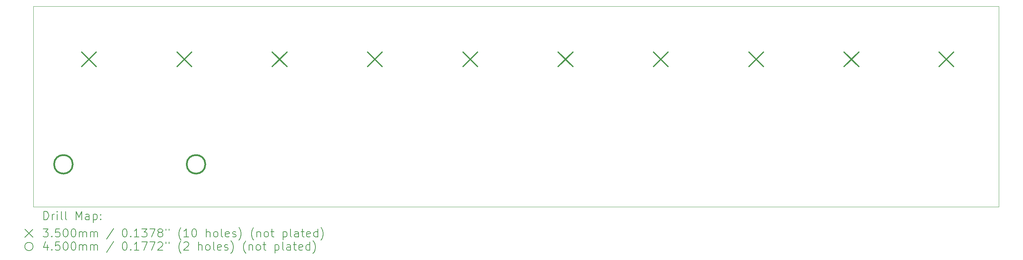
<source format=gbr>
%TF.GenerationSoftware,KiCad,Pcbnew,9.0.0*%
%TF.CreationDate,2025-04-14T19:05:31-07:00*%
%TF.ProjectId,solenoid_10,736f6c65-6e6f-4696-945f-31302e6b6963,rev?*%
%TF.SameCoordinates,Original*%
%TF.FileFunction,Drillmap*%
%TF.FilePolarity,Positive*%
%FSLAX45Y45*%
G04 Gerber Fmt 4.5, Leading zero omitted, Abs format (unit mm)*
G04 Created by KiCad (PCBNEW 9.0.0) date 2025-04-14 19:05:31*
%MOMM*%
%LPD*%
G01*
G04 APERTURE LIST*
%ADD10C,0.050000*%
%ADD11C,0.200000*%
%ADD12C,0.350000*%
%ADD13C,0.450000*%
G04 APERTURE END LIST*
D10*
X10670000Y-6475000D02*
X33970000Y-6475000D01*
X33970000Y-11325000D01*
X10670000Y-11325000D01*
X10670000Y-6475000D01*
D11*
D12*
X11843200Y-7585900D02*
X12193200Y-7935900D01*
X12193200Y-7585900D02*
X11843200Y-7935900D01*
X14143200Y-7585900D02*
X14493200Y-7935900D01*
X14493200Y-7585900D02*
X14143200Y-7935900D01*
X16443200Y-7585900D02*
X16793200Y-7935900D01*
X16793200Y-7585900D02*
X16443200Y-7935900D01*
X18743200Y-7585900D02*
X19093200Y-7935900D01*
X19093200Y-7585900D02*
X18743200Y-7935900D01*
X21043200Y-7585900D02*
X21393200Y-7935900D01*
X21393200Y-7585900D02*
X21043200Y-7935900D01*
X23343200Y-7585900D02*
X23693200Y-7935900D01*
X23693200Y-7585900D02*
X23343200Y-7935900D01*
X25643200Y-7585900D02*
X25993200Y-7935900D01*
X25993200Y-7585900D02*
X25643200Y-7935900D01*
X27943200Y-7585900D02*
X28293200Y-7935900D01*
X28293200Y-7585900D02*
X27943200Y-7935900D01*
X30243200Y-7585900D02*
X30593200Y-7935900D01*
X30593200Y-7585900D02*
X30243200Y-7935900D01*
X32530700Y-7585900D02*
X32880700Y-7935900D01*
X32880700Y-7585900D02*
X32530700Y-7935900D01*
D13*
X11625000Y-10300000D02*
G75*
G02*
X11175000Y-10300000I-225000J0D01*
G01*
X11175000Y-10300000D02*
G75*
G02*
X11625000Y-10300000I225000J0D01*
G01*
X14825000Y-10300000D02*
G75*
G02*
X14375000Y-10300000I-225000J0D01*
G01*
X14375000Y-10300000D02*
G75*
G02*
X14825000Y-10300000I225000J0D01*
G01*
D11*
X10928277Y-11638984D02*
X10928277Y-11438984D01*
X10928277Y-11438984D02*
X10975896Y-11438984D01*
X10975896Y-11438984D02*
X11004467Y-11448508D01*
X11004467Y-11448508D02*
X11023515Y-11467555D01*
X11023515Y-11467555D02*
X11033039Y-11486603D01*
X11033039Y-11486603D02*
X11042563Y-11524698D01*
X11042563Y-11524698D02*
X11042563Y-11553269D01*
X11042563Y-11553269D02*
X11033039Y-11591365D01*
X11033039Y-11591365D02*
X11023515Y-11610412D01*
X11023515Y-11610412D02*
X11004467Y-11629460D01*
X11004467Y-11629460D02*
X10975896Y-11638984D01*
X10975896Y-11638984D02*
X10928277Y-11638984D01*
X11128277Y-11638984D02*
X11128277Y-11505650D01*
X11128277Y-11543746D02*
X11137801Y-11524698D01*
X11137801Y-11524698D02*
X11147324Y-11515174D01*
X11147324Y-11515174D02*
X11166372Y-11505650D01*
X11166372Y-11505650D02*
X11185420Y-11505650D01*
X11252086Y-11638984D02*
X11252086Y-11505650D01*
X11252086Y-11438984D02*
X11242562Y-11448508D01*
X11242562Y-11448508D02*
X11252086Y-11458031D01*
X11252086Y-11458031D02*
X11261610Y-11448508D01*
X11261610Y-11448508D02*
X11252086Y-11438984D01*
X11252086Y-11438984D02*
X11252086Y-11458031D01*
X11375896Y-11638984D02*
X11356848Y-11629460D01*
X11356848Y-11629460D02*
X11347324Y-11610412D01*
X11347324Y-11610412D02*
X11347324Y-11438984D01*
X11480658Y-11638984D02*
X11461610Y-11629460D01*
X11461610Y-11629460D02*
X11452086Y-11610412D01*
X11452086Y-11610412D02*
X11452086Y-11438984D01*
X11709229Y-11638984D02*
X11709229Y-11438984D01*
X11709229Y-11438984D02*
X11775896Y-11581841D01*
X11775896Y-11581841D02*
X11842562Y-11438984D01*
X11842562Y-11438984D02*
X11842562Y-11638984D01*
X12023515Y-11638984D02*
X12023515Y-11534222D01*
X12023515Y-11534222D02*
X12013991Y-11515174D01*
X12013991Y-11515174D02*
X11994943Y-11505650D01*
X11994943Y-11505650D02*
X11956848Y-11505650D01*
X11956848Y-11505650D02*
X11937801Y-11515174D01*
X12023515Y-11629460D02*
X12004467Y-11638984D01*
X12004467Y-11638984D02*
X11956848Y-11638984D01*
X11956848Y-11638984D02*
X11937801Y-11629460D01*
X11937801Y-11629460D02*
X11928277Y-11610412D01*
X11928277Y-11610412D02*
X11928277Y-11591365D01*
X11928277Y-11591365D02*
X11937801Y-11572317D01*
X11937801Y-11572317D02*
X11956848Y-11562793D01*
X11956848Y-11562793D02*
X12004467Y-11562793D01*
X12004467Y-11562793D02*
X12023515Y-11553269D01*
X12118753Y-11505650D02*
X12118753Y-11705650D01*
X12118753Y-11515174D02*
X12137801Y-11505650D01*
X12137801Y-11505650D02*
X12175896Y-11505650D01*
X12175896Y-11505650D02*
X12194943Y-11515174D01*
X12194943Y-11515174D02*
X12204467Y-11524698D01*
X12204467Y-11524698D02*
X12213991Y-11543746D01*
X12213991Y-11543746D02*
X12213991Y-11600888D01*
X12213991Y-11600888D02*
X12204467Y-11619936D01*
X12204467Y-11619936D02*
X12194943Y-11629460D01*
X12194943Y-11629460D02*
X12175896Y-11638984D01*
X12175896Y-11638984D02*
X12137801Y-11638984D01*
X12137801Y-11638984D02*
X12118753Y-11629460D01*
X12299705Y-11619936D02*
X12309229Y-11629460D01*
X12309229Y-11629460D02*
X12299705Y-11638984D01*
X12299705Y-11638984D02*
X12290182Y-11629460D01*
X12290182Y-11629460D02*
X12299705Y-11619936D01*
X12299705Y-11619936D02*
X12299705Y-11638984D01*
X12299705Y-11515174D02*
X12309229Y-11524698D01*
X12309229Y-11524698D02*
X12299705Y-11534222D01*
X12299705Y-11534222D02*
X12290182Y-11524698D01*
X12290182Y-11524698D02*
X12299705Y-11515174D01*
X12299705Y-11515174D02*
X12299705Y-11534222D01*
X10467500Y-11867500D02*
X10667500Y-12067500D01*
X10667500Y-11867500D02*
X10467500Y-12067500D01*
X10909229Y-11858984D02*
X11033039Y-11858984D01*
X11033039Y-11858984D02*
X10966372Y-11935174D01*
X10966372Y-11935174D02*
X10994944Y-11935174D01*
X10994944Y-11935174D02*
X11013991Y-11944698D01*
X11013991Y-11944698D02*
X11023515Y-11954222D01*
X11023515Y-11954222D02*
X11033039Y-11973269D01*
X11033039Y-11973269D02*
X11033039Y-12020888D01*
X11033039Y-12020888D02*
X11023515Y-12039936D01*
X11023515Y-12039936D02*
X11013991Y-12049460D01*
X11013991Y-12049460D02*
X10994944Y-12058984D01*
X10994944Y-12058984D02*
X10937801Y-12058984D01*
X10937801Y-12058984D02*
X10918753Y-12049460D01*
X10918753Y-12049460D02*
X10909229Y-12039936D01*
X11118753Y-12039936D02*
X11128277Y-12049460D01*
X11128277Y-12049460D02*
X11118753Y-12058984D01*
X11118753Y-12058984D02*
X11109229Y-12049460D01*
X11109229Y-12049460D02*
X11118753Y-12039936D01*
X11118753Y-12039936D02*
X11118753Y-12058984D01*
X11309229Y-11858984D02*
X11213991Y-11858984D01*
X11213991Y-11858984D02*
X11204467Y-11954222D01*
X11204467Y-11954222D02*
X11213991Y-11944698D01*
X11213991Y-11944698D02*
X11233039Y-11935174D01*
X11233039Y-11935174D02*
X11280658Y-11935174D01*
X11280658Y-11935174D02*
X11299705Y-11944698D01*
X11299705Y-11944698D02*
X11309229Y-11954222D01*
X11309229Y-11954222D02*
X11318753Y-11973269D01*
X11318753Y-11973269D02*
X11318753Y-12020888D01*
X11318753Y-12020888D02*
X11309229Y-12039936D01*
X11309229Y-12039936D02*
X11299705Y-12049460D01*
X11299705Y-12049460D02*
X11280658Y-12058984D01*
X11280658Y-12058984D02*
X11233039Y-12058984D01*
X11233039Y-12058984D02*
X11213991Y-12049460D01*
X11213991Y-12049460D02*
X11204467Y-12039936D01*
X11442562Y-11858984D02*
X11461610Y-11858984D01*
X11461610Y-11858984D02*
X11480658Y-11868508D01*
X11480658Y-11868508D02*
X11490182Y-11878031D01*
X11490182Y-11878031D02*
X11499705Y-11897079D01*
X11499705Y-11897079D02*
X11509229Y-11935174D01*
X11509229Y-11935174D02*
X11509229Y-11982793D01*
X11509229Y-11982793D02*
X11499705Y-12020888D01*
X11499705Y-12020888D02*
X11490182Y-12039936D01*
X11490182Y-12039936D02*
X11480658Y-12049460D01*
X11480658Y-12049460D02*
X11461610Y-12058984D01*
X11461610Y-12058984D02*
X11442562Y-12058984D01*
X11442562Y-12058984D02*
X11423515Y-12049460D01*
X11423515Y-12049460D02*
X11413991Y-12039936D01*
X11413991Y-12039936D02*
X11404467Y-12020888D01*
X11404467Y-12020888D02*
X11394943Y-11982793D01*
X11394943Y-11982793D02*
X11394943Y-11935174D01*
X11394943Y-11935174D02*
X11404467Y-11897079D01*
X11404467Y-11897079D02*
X11413991Y-11878031D01*
X11413991Y-11878031D02*
X11423515Y-11868508D01*
X11423515Y-11868508D02*
X11442562Y-11858984D01*
X11633039Y-11858984D02*
X11652086Y-11858984D01*
X11652086Y-11858984D02*
X11671134Y-11868508D01*
X11671134Y-11868508D02*
X11680658Y-11878031D01*
X11680658Y-11878031D02*
X11690182Y-11897079D01*
X11690182Y-11897079D02*
X11699705Y-11935174D01*
X11699705Y-11935174D02*
X11699705Y-11982793D01*
X11699705Y-11982793D02*
X11690182Y-12020888D01*
X11690182Y-12020888D02*
X11680658Y-12039936D01*
X11680658Y-12039936D02*
X11671134Y-12049460D01*
X11671134Y-12049460D02*
X11652086Y-12058984D01*
X11652086Y-12058984D02*
X11633039Y-12058984D01*
X11633039Y-12058984D02*
X11613991Y-12049460D01*
X11613991Y-12049460D02*
X11604467Y-12039936D01*
X11604467Y-12039936D02*
X11594943Y-12020888D01*
X11594943Y-12020888D02*
X11585420Y-11982793D01*
X11585420Y-11982793D02*
X11585420Y-11935174D01*
X11585420Y-11935174D02*
X11594943Y-11897079D01*
X11594943Y-11897079D02*
X11604467Y-11878031D01*
X11604467Y-11878031D02*
X11613991Y-11868508D01*
X11613991Y-11868508D02*
X11633039Y-11858984D01*
X11785420Y-12058984D02*
X11785420Y-11925650D01*
X11785420Y-11944698D02*
X11794943Y-11935174D01*
X11794943Y-11935174D02*
X11813991Y-11925650D01*
X11813991Y-11925650D02*
X11842563Y-11925650D01*
X11842563Y-11925650D02*
X11861610Y-11935174D01*
X11861610Y-11935174D02*
X11871134Y-11954222D01*
X11871134Y-11954222D02*
X11871134Y-12058984D01*
X11871134Y-11954222D02*
X11880658Y-11935174D01*
X11880658Y-11935174D02*
X11899705Y-11925650D01*
X11899705Y-11925650D02*
X11928277Y-11925650D01*
X11928277Y-11925650D02*
X11947324Y-11935174D01*
X11947324Y-11935174D02*
X11956848Y-11954222D01*
X11956848Y-11954222D02*
X11956848Y-12058984D01*
X12052086Y-12058984D02*
X12052086Y-11925650D01*
X12052086Y-11944698D02*
X12061610Y-11935174D01*
X12061610Y-11935174D02*
X12080658Y-11925650D01*
X12080658Y-11925650D02*
X12109229Y-11925650D01*
X12109229Y-11925650D02*
X12128277Y-11935174D01*
X12128277Y-11935174D02*
X12137801Y-11954222D01*
X12137801Y-11954222D02*
X12137801Y-12058984D01*
X12137801Y-11954222D02*
X12147324Y-11935174D01*
X12147324Y-11935174D02*
X12166372Y-11925650D01*
X12166372Y-11925650D02*
X12194943Y-11925650D01*
X12194943Y-11925650D02*
X12213991Y-11935174D01*
X12213991Y-11935174D02*
X12223515Y-11954222D01*
X12223515Y-11954222D02*
X12223515Y-12058984D01*
X12613991Y-11849460D02*
X12442563Y-12106603D01*
X12871134Y-11858984D02*
X12890182Y-11858984D01*
X12890182Y-11858984D02*
X12909229Y-11868508D01*
X12909229Y-11868508D02*
X12918753Y-11878031D01*
X12918753Y-11878031D02*
X12928277Y-11897079D01*
X12928277Y-11897079D02*
X12937801Y-11935174D01*
X12937801Y-11935174D02*
X12937801Y-11982793D01*
X12937801Y-11982793D02*
X12928277Y-12020888D01*
X12928277Y-12020888D02*
X12918753Y-12039936D01*
X12918753Y-12039936D02*
X12909229Y-12049460D01*
X12909229Y-12049460D02*
X12890182Y-12058984D01*
X12890182Y-12058984D02*
X12871134Y-12058984D01*
X12871134Y-12058984D02*
X12852086Y-12049460D01*
X12852086Y-12049460D02*
X12842563Y-12039936D01*
X12842563Y-12039936D02*
X12833039Y-12020888D01*
X12833039Y-12020888D02*
X12823515Y-11982793D01*
X12823515Y-11982793D02*
X12823515Y-11935174D01*
X12823515Y-11935174D02*
X12833039Y-11897079D01*
X12833039Y-11897079D02*
X12842563Y-11878031D01*
X12842563Y-11878031D02*
X12852086Y-11868508D01*
X12852086Y-11868508D02*
X12871134Y-11858984D01*
X13023515Y-12039936D02*
X13033039Y-12049460D01*
X13033039Y-12049460D02*
X13023515Y-12058984D01*
X13023515Y-12058984D02*
X13013991Y-12049460D01*
X13013991Y-12049460D02*
X13023515Y-12039936D01*
X13023515Y-12039936D02*
X13023515Y-12058984D01*
X13223515Y-12058984D02*
X13109229Y-12058984D01*
X13166372Y-12058984D02*
X13166372Y-11858984D01*
X13166372Y-11858984D02*
X13147325Y-11887555D01*
X13147325Y-11887555D02*
X13128277Y-11906603D01*
X13128277Y-11906603D02*
X13109229Y-11916127D01*
X13290182Y-11858984D02*
X13413991Y-11858984D01*
X13413991Y-11858984D02*
X13347325Y-11935174D01*
X13347325Y-11935174D02*
X13375896Y-11935174D01*
X13375896Y-11935174D02*
X13394944Y-11944698D01*
X13394944Y-11944698D02*
X13404467Y-11954222D01*
X13404467Y-11954222D02*
X13413991Y-11973269D01*
X13413991Y-11973269D02*
X13413991Y-12020888D01*
X13413991Y-12020888D02*
X13404467Y-12039936D01*
X13404467Y-12039936D02*
X13394944Y-12049460D01*
X13394944Y-12049460D02*
X13375896Y-12058984D01*
X13375896Y-12058984D02*
X13318753Y-12058984D01*
X13318753Y-12058984D02*
X13299706Y-12049460D01*
X13299706Y-12049460D02*
X13290182Y-12039936D01*
X13480658Y-11858984D02*
X13613991Y-11858984D01*
X13613991Y-11858984D02*
X13528277Y-12058984D01*
X13718753Y-11944698D02*
X13699706Y-11935174D01*
X13699706Y-11935174D02*
X13690182Y-11925650D01*
X13690182Y-11925650D02*
X13680658Y-11906603D01*
X13680658Y-11906603D02*
X13680658Y-11897079D01*
X13680658Y-11897079D02*
X13690182Y-11878031D01*
X13690182Y-11878031D02*
X13699706Y-11868508D01*
X13699706Y-11868508D02*
X13718753Y-11858984D01*
X13718753Y-11858984D02*
X13756848Y-11858984D01*
X13756848Y-11858984D02*
X13775896Y-11868508D01*
X13775896Y-11868508D02*
X13785420Y-11878031D01*
X13785420Y-11878031D02*
X13794944Y-11897079D01*
X13794944Y-11897079D02*
X13794944Y-11906603D01*
X13794944Y-11906603D02*
X13785420Y-11925650D01*
X13785420Y-11925650D02*
X13775896Y-11935174D01*
X13775896Y-11935174D02*
X13756848Y-11944698D01*
X13756848Y-11944698D02*
X13718753Y-11944698D01*
X13718753Y-11944698D02*
X13699706Y-11954222D01*
X13699706Y-11954222D02*
X13690182Y-11963746D01*
X13690182Y-11963746D02*
X13680658Y-11982793D01*
X13680658Y-11982793D02*
X13680658Y-12020888D01*
X13680658Y-12020888D02*
X13690182Y-12039936D01*
X13690182Y-12039936D02*
X13699706Y-12049460D01*
X13699706Y-12049460D02*
X13718753Y-12058984D01*
X13718753Y-12058984D02*
X13756848Y-12058984D01*
X13756848Y-12058984D02*
X13775896Y-12049460D01*
X13775896Y-12049460D02*
X13785420Y-12039936D01*
X13785420Y-12039936D02*
X13794944Y-12020888D01*
X13794944Y-12020888D02*
X13794944Y-11982793D01*
X13794944Y-11982793D02*
X13785420Y-11963746D01*
X13785420Y-11963746D02*
X13775896Y-11954222D01*
X13775896Y-11954222D02*
X13756848Y-11944698D01*
X13871134Y-11858984D02*
X13871134Y-11897079D01*
X13947325Y-11858984D02*
X13947325Y-11897079D01*
X14242563Y-12135174D02*
X14233039Y-12125650D01*
X14233039Y-12125650D02*
X14213991Y-12097079D01*
X14213991Y-12097079D02*
X14204468Y-12078031D01*
X14204468Y-12078031D02*
X14194944Y-12049460D01*
X14194944Y-12049460D02*
X14185420Y-12001841D01*
X14185420Y-12001841D02*
X14185420Y-11963746D01*
X14185420Y-11963746D02*
X14194944Y-11916127D01*
X14194944Y-11916127D02*
X14204468Y-11887555D01*
X14204468Y-11887555D02*
X14213991Y-11868508D01*
X14213991Y-11868508D02*
X14233039Y-11839936D01*
X14233039Y-11839936D02*
X14242563Y-11830412D01*
X14423515Y-12058984D02*
X14309229Y-12058984D01*
X14366372Y-12058984D02*
X14366372Y-11858984D01*
X14366372Y-11858984D02*
X14347325Y-11887555D01*
X14347325Y-11887555D02*
X14328277Y-11906603D01*
X14328277Y-11906603D02*
X14309229Y-11916127D01*
X14547325Y-11858984D02*
X14566372Y-11858984D01*
X14566372Y-11858984D02*
X14585420Y-11868508D01*
X14585420Y-11868508D02*
X14594944Y-11878031D01*
X14594944Y-11878031D02*
X14604468Y-11897079D01*
X14604468Y-11897079D02*
X14613991Y-11935174D01*
X14613991Y-11935174D02*
X14613991Y-11982793D01*
X14613991Y-11982793D02*
X14604468Y-12020888D01*
X14604468Y-12020888D02*
X14594944Y-12039936D01*
X14594944Y-12039936D02*
X14585420Y-12049460D01*
X14585420Y-12049460D02*
X14566372Y-12058984D01*
X14566372Y-12058984D02*
X14547325Y-12058984D01*
X14547325Y-12058984D02*
X14528277Y-12049460D01*
X14528277Y-12049460D02*
X14518753Y-12039936D01*
X14518753Y-12039936D02*
X14509229Y-12020888D01*
X14509229Y-12020888D02*
X14499706Y-11982793D01*
X14499706Y-11982793D02*
X14499706Y-11935174D01*
X14499706Y-11935174D02*
X14509229Y-11897079D01*
X14509229Y-11897079D02*
X14518753Y-11878031D01*
X14518753Y-11878031D02*
X14528277Y-11868508D01*
X14528277Y-11868508D02*
X14547325Y-11858984D01*
X14852087Y-12058984D02*
X14852087Y-11858984D01*
X14937801Y-12058984D02*
X14937801Y-11954222D01*
X14937801Y-11954222D02*
X14928277Y-11935174D01*
X14928277Y-11935174D02*
X14909230Y-11925650D01*
X14909230Y-11925650D02*
X14880658Y-11925650D01*
X14880658Y-11925650D02*
X14861610Y-11935174D01*
X14861610Y-11935174D02*
X14852087Y-11944698D01*
X15061610Y-12058984D02*
X15042563Y-12049460D01*
X15042563Y-12049460D02*
X15033039Y-12039936D01*
X15033039Y-12039936D02*
X15023515Y-12020888D01*
X15023515Y-12020888D02*
X15023515Y-11963746D01*
X15023515Y-11963746D02*
X15033039Y-11944698D01*
X15033039Y-11944698D02*
X15042563Y-11935174D01*
X15042563Y-11935174D02*
X15061610Y-11925650D01*
X15061610Y-11925650D02*
X15090182Y-11925650D01*
X15090182Y-11925650D02*
X15109230Y-11935174D01*
X15109230Y-11935174D02*
X15118753Y-11944698D01*
X15118753Y-11944698D02*
X15128277Y-11963746D01*
X15128277Y-11963746D02*
X15128277Y-12020888D01*
X15128277Y-12020888D02*
X15118753Y-12039936D01*
X15118753Y-12039936D02*
X15109230Y-12049460D01*
X15109230Y-12049460D02*
X15090182Y-12058984D01*
X15090182Y-12058984D02*
X15061610Y-12058984D01*
X15242563Y-12058984D02*
X15223515Y-12049460D01*
X15223515Y-12049460D02*
X15213991Y-12030412D01*
X15213991Y-12030412D02*
X15213991Y-11858984D01*
X15394944Y-12049460D02*
X15375896Y-12058984D01*
X15375896Y-12058984D02*
X15337801Y-12058984D01*
X15337801Y-12058984D02*
X15318753Y-12049460D01*
X15318753Y-12049460D02*
X15309230Y-12030412D01*
X15309230Y-12030412D02*
X15309230Y-11954222D01*
X15309230Y-11954222D02*
X15318753Y-11935174D01*
X15318753Y-11935174D02*
X15337801Y-11925650D01*
X15337801Y-11925650D02*
X15375896Y-11925650D01*
X15375896Y-11925650D02*
X15394944Y-11935174D01*
X15394944Y-11935174D02*
X15404468Y-11954222D01*
X15404468Y-11954222D02*
X15404468Y-11973269D01*
X15404468Y-11973269D02*
X15309230Y-11992317D01*
X15480658Y-12049460D02*
X15499706Y-12058984D01*
X15499706Y-12058984D02*
X15537801Y-12058984D01*
X15537801Y-12058984D02*
X15556849Y-12049460D01*
X15556849Y-12049460D02*
X15566372Y-12030412D01*
X15566372Y-12030412D02*
X15566372Y-12020888D01*
X15566372Y-12020888D02*
X15556849Y-12001841D01*
X15556849Y-12001841D02*
X15537801Y-11992317D01*
X15537801Y-11992317D02*
X15509230Y-11992317D01*
X15509230Y-11992317D02*
X15490182Y-11982793D01*
X15490182Y-11982793D02*
X15480658Y-11963746D01*
X15480658Y-11963746D02*
X15480658Y-11954222D01*
X15480658Y-11954222D02*
X15490182Y-11935174D01*
X15490182Y-11935174D02*
X15509230Y-11925650D01*
X15509230Y-11925650D02*
X15537801Y-11925650D01*
X15537801Y-11925650D02*
X15556849Y-11935174D01*
X15633039Y-12135174D02*
X15642563Y-12125650D01*
X15642563Y-12125650D02*
X15661611Y-12097079D01*
X15661611Y-12097079D02*
X15671134Y-12078031D01*
X15671134Y-12078031D02*
X15680658Y-12049460D01*
X15680658Y-12049460D02*
X15690182Y-12001841D01*
X15690182Y-12001841D02*
X15690182Y-11963746D01*
X15690182Y-11963746D02*
X15680658Y-11916127D01*
X15680658Y-11916127D02*
X15671134Y-11887555D01*
X15671134Y-11887555D02*
X15661611Y-11868508D01*
X15661611Y-11868508D02*
X15642563Y-11839936D01*
X15642563Y-11839936D02*
X15633039Y-11830412D01*
X15994944Y-12135174D02*
X15985420Y-12125650D01*
X15985420Y-12125650D02*
X15966372Y-12097079D01*
X15966372Y-12097079D02*
X15956849Y-12078031D01*
X15956849Y-12078031D02*
X15947325Y-12049460D01*
X15947325Y-12049460D02*
X15937801Y-12001841D01*
X15937801Y-12001841D02*
X15937801Y-11963746D01*
X15937801Y-11963746D02*
X15947325Y-11916127D01*
X15947325Y-11916127D02*
X15956849Y-11887555D01*
X15956849Y-11887555D02*
X15966372Y-11868508D01*
X15966372Y-11868508D02*
X15985420Y-11839936D01*
X15985420Y-11839936D02*
X15994944Y-11830412D01*
X16071134Y-11925650D02*
X16071134Y-12058984D01*
X16071134Y-11944698D02*
X16080658Y-11935174D01*
X16080658Y-11935174D02*
X16099706Y-11925650D01*
X16099706Y-11925650D02*
X16128277Y-11925650D01*
X16128277Y-11925650D02*
X16147325Y-11935174D01*
X16147325Y-11935174D02*
X16156849Y-11954222D01*
X16156849Y-11954222D02*
X16156849Y-12058984D01*
X16280658Y-12058984D02*
X16261611Y-12049460D01*
X16261611Y-12049460D02*
X16252087Y-12039936D01*
X16252087Y-12039936D02*
X16242563Y-12020888D01*
X16242563Y-12020888D02*
X16242563Y-11963746D01*
X16242563Y-11963746D02*
X16252087Y-11944698D01*
X16252087Y-11944698D02*
X16261611Y-11935174D01*
X16261611Y-11935174D02*
X16280658Y-11925650D01*
X16280658Y-11925650D02*
X16309230Y-11925650D01*
X16309230Y-11925650D02*
X16328277Y-11935174D01*
X16328277Y-11935174D02*
X16337801Y-11944698D01*
X16337801Y-11944698D02*
X16347325Y-11963746D01*
X16347325Y-11963746D02*
X16347325Y-12020888D01*
X16347325Y-12020888D02*
X16337801Y-12039936D01*
X16337801Y-12039936D02*
X16328277Y-12049460D01*
X16328277Y-12049460D02*
X16309230Y-12058984D01*
X16309230Y-12058984D02*
X16280658Y-12058984D01*
X16404468Y-11925650D02*
X16480658Y-11925650D01*
X16433039Y-11858984D02*
X16433039Y-12030412D01*
X16433039Y-12030412D02*
X16442563Y-12049460D01*
X16442563Y-12049460D02*
X16461611Y-12058984D01*
X16461611Y-12058984D02*
X16480658Y-12058984D01*
X16699706Y-11925650D02*
X16699706Y-12125650D01*
X16699706Y-11935174D02*
X16718753Y-11925650D01*
X16718753Y-11925650D02*
X16756849Y-11925650D01*
X16756849Y-11925650D02*
X16775896Y-11935174D01*
X16775896Y-11935174D02*
X16785420Y-11944698D01*
X16785420Y-11944698D02*
X16794944Y-11963746D01*
X16794944Y-11963746D02*
X16794944Y-12020888D01*
X16794944Y-12020888D02*
X16785420Y-12039936D01*
X16785420Y-12039936D02*
X16775896Y-12049460D01*
X16775896Y-12049460D02*
X16756849Y-12058984D01*
X16756849Y-12058984D02*
X16718753Y-12058984D01*
X16718753Y-12058984D02*
X16699706Y-12049460D01*
X16909230Y-12058984D02*
X16890182Y-12049460D01*
X16890182Y-12049460D02*
X16880658Y-12030412D01*
X16880658Y-12030412D02*
X16880658Y-11858984D01*
X17071135Y-12058984D02*
X17071135Y-11954222D01*
X17071135Y-11954222D02*
X17061611Y-11935174D01*
X17061611Y-11935174D02*
X17042563Y-11925650D01*
X17042563Y-11925650D02*
X17004468Y-11925650D01*
X17004468Y-11925650D02*
X16985420Y-11935174D01*
X17071135Y-12049460D02*
X17052087Y-12058984D01*
X17052087Y-12058984D02*
X17004468Y-12058984D01*
X17004468Y-12058984D02*
X16985420Y-12049460D01*
X16985420Y-12049460D02*
X16975896Y-12030412D01*
X16975896Y-12030412D02*
X16975896Y-12011365D01*
X16975896Y-12011365D02*
X16985420Y-11992317D01*
X16985420Y-11992317D02*
X17004468Y-11982793D01*
X17004468Y-11982793D02*
X17052087Y-11982793D01*
X17052087Y-11982793D02*
X17071135Y-11973269D01*
X17137801Y-11925650D02*
X17213992Y-11925650D01*
X17166373Y-11858984D02*
X17166373Y-12030412D01*
X17166373Y-12030412D02*
X17175896Y-12049460D01*
X17175896Y-12049460D02*
X17194944Y-12058984D01*
X17194944Y-12058984D02*
X17213992Y-12058984D01*
X17356849Y-12049460D02*
X17337801Y-12058984D01*
X17337801Y-12058984D02*
X17299706Y-12058984D01*
X17299706Y-12058984D02*
X17280658Y-12049460D01*
X17280658Y-12049460D02*
X17271135Y-12030412D01*
X17271135Y-12030412D02*
X17271135Y-11954222D01*
X17271135Y-11954222D02*
X17280658Y-11935174D01*
X17280658Y-11935174D02*
X17299706Y-11925650D01*
X17299706Y-11925650D02*
X17337801Y-11925650D01*
X17337801Y-11925650D02*
X17356849Y-11935174D01*
X17356849Y-11935174D02*
X17366373Y-11954222D01*
X17366373Y-11954222D02*
X17366373Y-11973269D01*
X17366373Y-11973269D02*
X17271135Y-11992317D01*
X17537801Y-12058984D02*
X17537801Y-11858984D01*
X17537801Y-12049460D02*
X17518754Y-12058984D01*
X17518754Y-12058984D02*
X17480658Y-12058984D01*
X17480658Y-12058984D02*
X17461611Y-12049460D01*
X17461611Y-12049460D02*
X17452087Y-12039936D01*
X17452087Y-12039936D02*
X17442563Y-12020888D01*
X17442563Y-12020888D02*
X17442563Y-11963746D01*
X17442563Y-11963746D02*
X17452087Y-11944698D01*
X17452087Y-11944698D02*
X17461611Y-11935174D01*
X17461611Y-11935174D02*
X17480658Y-11925650D01*
X17480658Y-11925650D02*
X17518754Y-11925650D01*
X17518754Y-11925650D02*
X17537801Y-11935174D01*
X17613992Y-12135174D02*
X17623516Y-12125650D01*
X17623516Y-12125650D02*
X17642563Y-12097079D01*
X17642563Y-12097079D02*
X17652087Y-12078031D01*
X17652087Y-12078031D02*
X17661611Y-12049460D01*
X17661611Y-12049460D02*
X17671135Y-12001841D01*
X17671135Y-12001841D02*
X17671135Y-11963746D01*
X17671135Y-11963746D02*
X17661611Y-11916127D01*
X17661611Y-11916127D02*
X17652087Y-11887555D01*
X17652087Y-11887555D02*
X17642563Y-11868508D01*
X17642563Y-11868508D02*
X17623516Y-11839936D01*
X17623516Y-11839936D02*
X17613992Y-11830412D01*
X10667500Y-12287500D02*
G75*
G02*
X10467500Y-12287500I-100000J0D01*
G01*
X10467500Y-12287500D02*
G75*
G02*
X10667500Y-12287500I100000J0D01*
G01*
X11013991Y-12245650D02*
X11013991Y-12378984D01*
X10966372Y-12169460D02*
X10918753Y-12312317D01*
X10918753Y-12312317D02*
X11042563Y-12312317D01*
X11118753Y-12359936D02*
X11128277Y-12369460D01*
X11128277Y-12369460D02*
X11118753Y-12378984D01*
X11118753Y-12378984D02*
X11109229Y-12369460D01*
X11109229Y-12369460D02*
X11118753Y-12359936D01*
X11118753Y-12359936D02*
X11118753Y-12378984D01*
X11309229Y-12178984D02*
X11213991Y-12178984D01*
X11213991Y-12178984D02*
X11204467Y-12274222D01*
X11204467Y-12274222D02*
X11213991Y-12264698D01*
X11213991Y-12264698D02*
X11233039Y-12255174D01*
X11233039Y-12255174D02*
X11280658Y-12255174D01*
X11280658Y-12255174D02*
X11299705Y-12264698D01*
X11299705Y-12264698D02*
X11309229Y-12274222D01*
X11309229Y-12274222D02*
X11318753Y-12293269D01*
X11318753Y-12293269D02*
X11318753Y-12340888D01*
X11318753Y-12340888D02*
X11309229Y-12359936D01*
X11309229Y-12359936D02*
X11299705Y-12369460D01*
X11299705Y-12369460D02*
X11280658Y-12378984D01*
X11280658Y-12378984D02*
X11233039Y-12378984D01*
X11233039Y-12378984D02*
X11213991Y-12369460D01*
X11213991Y-12369460D02*
X11204467Y-12359936D01*
X11442562Y-12178984D02*
X11461610Y-12178984D01*
X11461610Y-12178984D02*
X11480658Y-12188508D01*
X11480658Y-12188508D02*
X11490182Y-12198031D01*
X11490182Y-12198031D02*
X11499705Y-12217079D01*
X11499705Y-12217079D02*
X11509229Y-12255174D01*
X11509229Y-12255174D02*
X11509229Y-12302793D01*
X11509229Y-12302793D02*
X11499705Y-12340888D01*
X11499705Y-12340888D02*
X11490182Y-12359936D01*
X11490182Y-12359936D02*
X11480658Y-12369460D01*
X11480658Y-12369460D02*
X11461610Y-12378984D01*
X11461610Y-12378984D02*
X11442562Y-12378984D01*
X11442562Y-12378984D02*
X11423515Y-12369460D01*
X11423515Y-12369460D02*
X11413991Y-12359936D01*
X11413991Y-12359936D02*
X11404467Y-12340888D01*
X11404467Y-12340888D02*
X11394943Y-12302793D01*
X11394943Y-12302793D02*
X11394943Y-12255174D01*
X11394943Y-12255174D02*
X11404467Y-12217079D01*
X11404467Y-12217079D02*
X11413991Y-12198031D01*
X11413991Y-12198031D02*
X11423515Y-12188508D01*
X11423515Y-12188508D02*
X11442562Y-12178984D01*
X11633039Y-12178984D02*
X11652086Y-12178984D01*
X11652086Y-12178984D02*
X11671134Y-12188508D01*
X11671134Y-12188508D02*
X11680658Y-12198031D01*
X11680658Y-12198031D02*
X11690182Y-12217079D01*
X11690182Y-12217079D02*
X11699705Y-12255174D01*
X11699705Y-12255174D02*
X11699705Y-12302793D01*
X11699705Y-12302793D02*
X11690182Y-12340888D01*
X11690182Y-12340888D02*
X11680658Y-12359936D01*
X11680658Y-12359936D02*
X11671134Y-12369460D01*
X11671134Y-12369460D02*
X11652086Y-12378984D01*
X11652086Y-12378984D02*
X11633039Y-12378984D01*
X11633039Y-12378984D02*
X11613991Y-12369460D01*
X11613991Y-12369460D02*
X11604467Y-12359936D01*
X11604467Y-12359936D02*
X11594943Y-12340888D01*
X11594943Y-12340888D02*
X11585420Y-12302793D01*
X11585420Y-12302793D02*
X11585420Y-12255174D01*
X11585420Y-12255174D02*
X11594943Y-12217079D01*
X11594943Y-12217079D02*
X11604467Y-12198031D01*
X11604467Y-12198031D02*
X11613991Y-12188508D01*
X11613991Y-12188508D02*
X11633039Y-12178984D01*
X11785420Y-12378984D02*
X11785420Y-12245650D01*
X11785420Y-12264698D02*
X11794943Y-12255174D01*
X11794943Y-12255174D02*
X11813991Y-12245650D01*
X11813991Y-12245650D02*
X11842563Y-12245650D01*
X11842563Y-12245650D02*
X11861610Y-12255174D01*
X11861610Y-12255174D02*
X11871134Y-12274222D01*
X11871134Y-12274222D02*
X11871134Y-12378984D01*
X11871134Y-12274222D02*
X11880658Y-12255174D01*
X11880658Y-12255174D02*
X11899705Y-12245650D01*
X11899705Y-12245650D02*
X11928277Y-12245650D01*
X11928277Y-12245650D02*
X11947324Y-12255174D01*
X11947324Y-12255174D02*
X11956848Y-12274222D01*
X11956848Y-12274222D02*
X11956848Y-12378984D01*
X12052086Y-12378984D02*
X12052086Y-12245650D01*
X12052086Y-12264698D02*
X12061610Y-12255174D01*
X12061610Y-12255174D02*
X12080658Y-12245650D01*
X12080658Y-12245650D02*
X12109229Y-12245650D01*
X12109229Y-12245650D02*
X12128277Y-12255174D01*
X12128277Y-12255174D02*
X12137801Y-12274222D01*
X12137801Y-12274222D02*
X12137801Y-12378984D01*
X12137801Y-12274222D02*
X12147324Y-12255174D01*
X12147324Y-12255174D02*
X12166372Y-12245650D01*
X12166372Y-12245650D02*
X12194943Y-12245650D01*
X12194943Y-12245650D02*
X12213991Y-12255174D01*
X12213991Y-12255174D02*
X12223515Y-12274222D01*
X12223515Y-12274222D02*
X12223515Y-12378984D01*
X12613991Y-12169460D02*
X12442563Y-12426603D01*
X12871134Y-12178984D02*
X12890182Y-12178984D01*
X12890182Y-12178984D02*
X12909229Y-12188508D01*
X12909229Y-12188508D02*
X12918753Y-12198031D01*
X12918753Y-12198031D02*
X12928277Y-12217079D01*
X12928277Y-12217079D02*
X12937801Y-12255174D01*
X12937801Y-12255174D02*
X12937801Y-12302793D01*
X12937801Y-12302793D02*
X12928277Y-12340888D01*
X12928277Y-12340888D02*
X12918753Y-12359936D01*
X12918753Y-12359936D02*
X12909229Y-12369460D01*
X12909229Y-12369460D02*
X12890182Y-12378984D01*
X12890182Y-12378984D02*
X12871134Y-12378984D01*
X12871134Y-12378984D02*
X12852086Y-12369460D01*
X12852086Y-12369460D02*
X12842563Y-12359936D01*
X12842563Y-12359936D02*
X12833039Y-12340888D01*
X12833039Y-12340888D02*
X12823515Y-12302793D01*
X12823515Y-12302793D02*
X12823515Y-12255174D01*
X12823515Y-12255174D02*
X12833039Y-12217079D01*
X12833039Y-12217079D02*
X12842563Y-12198031D01*
X12842563Y-12198031D02*
X12852086Y-12188508D01*
X12852086Y-12188508D02*
X12871134Y-12178984D01*
X13023515Y-12359936D02*
X13033039Y-12369460D01*
X13033039Y-12369460D02*
X13023515Y-12378984D01*
X13023515Y-12378984D02*
X13013991Y-12369460D01*
X13013991Y-12369460D02*
X13023515Y-12359936D01*
X13023515Y-12359936D02*
X13023515Y-12378984D01*
X13223515Y-12378984D02*
X13109229Y-12378984D01*
X13166372Y-12378984D02*
X13166372Y-12178984D01*
X13166372Y-12178984D02*
X13147325Y-12207555D01*
X13147325Y-12207555D02*
X13128277Y-12226603D01*
X13128277Y-12226603D02*
X13109229Y-12236127D01*
X13290182Y-12178984D02*
X13423515Y-12178984D01*
X13423515Y-12178984D02*
X13337801Y-12378984D01*
X13480658Y-12178984D02*
X13613991Y-12178984D01*
X13613991Y-12178984D02*
X13528277Y-12378984D01*
X13680658Y-12198031D02*
X13690182Y-12188508D01*
X13690182Y-12188508D02*
X13709229Y-12178984D01*
X13709229Y-12178984D02*
X13756848Y-12178984D01*
X13756848Y-12178984D02*
X13775896Y-12188508D01*
X13775896Y-12188508D02*
X13785420Y-12198031D01*
X13785420Y-12198031D02*
X13794944Y-12217079D01*
X13794944Y-12217079D02*
X13794944Y-12236127D01*
X13794944Y-12236127D02*
X13785420Y-12264698D01*
X13785420Y-12264698D02*
X13671134Y-12378984D01*
X13671134Y-12378984D02*
X13794944Y-12378984D01*
X13871134Y-12178984D02*
X13871134Y-12217079D01*
X13947325Y-12178984D02*
X13947325Y-12217079D01*
X14242563Y-12455174D02*
X14233039Y-12445650D01*
X14233039Y-12445650D02*
X14213991Y-12417079D01*
X14213991Y-12417079D02*
X14204468Y-12398031D01*
X14204468Y-12398031D02*
X14194944Y-12369460D01*
X14194944Y-12369460D02*
X14185420Y-12321841D01*
X14185420Y-12321841D02*
X14185420Y-12283746D01*
X14185420Y-12283746D02*
X14194944Y-12236127D01*
X14194944Y-12236127D02*
X14204468Y-12207555D01*
X14204468Y-12207555D02*
X14213991Y-12188508D01*
X14213991Y-12188508D02*
X14233039Y-12159936D01*
X14233039Y-12159936D02*
X14242563Y-12150412D01*
X14309229Y-12198031D02*
X14318753Y-12188508D01*
X14318753Y-12188508D02*
X14337801Y-12178984D01*
X14337801Y-12178984D02*
X14385420Y-12178984D01*
X14385420Y-12178984D02*
X14404468Y-12188508D01*
X14404468Y-12188508D02*
X14413991Y-12198031D01*
X14413991Y-12198031D02*
X14423515Y-12217079D01*
X14423515Y-12217079D02*
X14423515Y-12236127D01*
X14423515Y-12236127D02*
X14413991Y-12264698D01*
X14413991Y-12264698D02*
X14299706Y-12378984D01*
X14299706Y-12378984D02*
X14423515Y-12378984D01*
X14661610Y-12378984D02*
X14661610Y-12178984D01*
X14747325Y-12378984D02*
X14747325Y-12274222D01*
X14747325Y-12274222D02*
X14737801Y-12255174D01*
X14737801Y-12255174D02*
X14718753Y-12245650D01*
X14718753Y-12245650D02*
X14690182Y-12245650D01*
X14690182Y-12245650D02*
X14671134Y-12255174D01*
X14671134Y-12255174D02*
X14661610Y-12264698D01*
X14871134Y-12378984D02*
X14852087Y-12369460D01*
X14852087Y-12369460D02*
X14842563Y-12359936D01*
X14842563Y-12359936D02*
X14833039Y-12340888D01*
X14833039Y-12340888D02*
X14833039Y-12283746D01*
X14833039Y-12283746D02*
X14842563Y-12264698D01*
X14842563Y-12264698D02*
X14852087Y-12255174D01*
X14852087Y-12255174D02*
X14871134Y-12245650D01*
X14871134Y-12245650D02*
X14899706Y-12245650D01*
X14899706Y-12245650D02*
X14918753Y-12255174D01*
X14918753Y-12255174D02*
X14928277Y-12264698D01*
X14928277Y-12264698D02*
X14937801Y-12283746D01*
X14937801Y-12283746D02*
X14937801Y-12340888D01*
X14937801Y-12340888D02*
X14928277Y-12359936D01*
X14928277Y-12359936D02*
X14918753Y-12369460D01*
X14918753Y-12369460D02*
X14899706Y-12378984D01*
X14899706Y-12378984D02*
X14871134Y-12378984D01*
X15052087Y-12378984D02*
X15033039Y-12369460D01*
X15033039Y-12369460D02*
X15023515Y-12350412D01*
X15023515Y-12350412D02*
X15023515Y-12178984D01*
X15204468Y-12369460D02*
X15185420Y-12378984D01*
X15185420Y-12378984D02*
X15147325Y-12378984D01*
X15147325Y-12378984D02*
X15128277Y-12369460D01*
X15128277Y-12369460D02*
X15118753Y-12350412D01*
X15118753Y-12350412D02*
X15118753Y-12274222D01*
X15118753Y-12274222D02*
X15128277Y-12255174D01*
X15128277Y-12255174D02*
X15147325Y-12245650D01*
X15147325Y-12245650D02*
X15185420Y-12245650D01*
X15185420Y-12245650D02*
X15204468Y-12255174D01*
X15204468Y-12255174D02*
X15213991Y-12274222D01*
X15213991Y-12274222D02*
X15213991Y-12293269D01*
X15213991Y-12293269D02*
X15118753Y-12312317D01*
X15290182Y-12369460D02*
X15309230Y-12378984D01*
X15309230Y-12378984D02*
X15347325Y-12378984D01*
X15347325Y-12378984D02*
X15366372Y-12369460D01*
X15366372Y-12369460D02*
X15375896Y-12350412D01*
X15375896Y-12350412D02*
X15375896Y-12340888D01*
X15375896Y-12340888D02*
X15366372Y-12321841D01*
X15366372Y-12321841D02*
X15347325Y-12312317D01*
X15347325Y-12312317D02*
X15318753Y-12312317D01*
X15318753Y-12312317D02*
X15299706Y-12302793D01*
X15299706Y-12302793D02*
X15290182Y-12283746D01*
X15290182Y-12283746D02*
X15290182Y-12274222D01*
X15290182Y-12274222D02*
X15299706Y-12255174D01*
X15299706Y-12255174D02*
X15318753Y-12245650D01*
X15318753Y-12245650D02*
X15347325Y-12245650D01*
X15347325Y-12245650D02*
X15366372Y-12255174D01*
X15442563Y-12455174D02*
X15452087Y-12445650D01*
X15452087Y-12445650D02*
X15471134Y-12417079D01*
X15471134Y-12417079D02*
X15480658Y-12398031D01*
X15480658Y-12398031D02*
X15490182Y-12369460D01*
X15490182Y-12369460D02*
X15499706Y-12321841D01*
X15499706Y-12321841D02*
X15499706Y-12283746D01*
X15499706Y-12283746D02*
X15490182Y-12236127D01*
X15490182Y-12236127D02*
X15480658Y-12207555D01*
X15480658Y-12207555D02*
X15471134Y-12188508D01*
X15471134Y-12188508D02*
X15452087Y-12159936D01*
X15452087Y-12159936D02*
X15442563Y-12150412D01*
X15804468Y-12455174D02*
X15794944Y-12445650D01*
X15794944Y-12445650D02*
X15775896Y-12417079D01*
X15775896Y-12417079D02*
X15766372Y-12398031D01*
X15766372Y-12398031D02*
X15756849Y-12369460D01*
X15756849Y-12369460D02*
X15747325Y-12321841D01*
X15747325Y-12321841D02*
X15747325Y-12283746D01*
X15747325Y-12283746D02*
X15756849Y-12236127D01*
X15756849Y-12236127D02*
X15766372Y-12207555D01*
X15766372Y-12207555D02*
X15775896Y-12188508D01*
X15775896Y-12188508D02*
X15794944Y-12159936D01*
X15794944Y-12159936D02*
X15804468Y-12150412D01*
X15880658Y-12245650D02*
X15880658Y-12378984D01*
X15880658Y-12264698D02*
X15890182Y-12255174D01*
X15890182Y-12255174D02*
X15909230Y-12245650D01*
X15909230Y-12245650D02*
X15937801Y-12245650D01*
X15937801Y-12245650D02*
X15956849Y-12255174D01*
X15956849Y-12255174D02*
X15966372Y-12274222D01*
X15966372Y-12274222D02*
X15966372Y-12378984D01*
X16090182Y-12378984D02*
X16071134Y-12369460D01*
X16071134Y-12369460D02*
X16061611Y-12359936D01*
X16061611Y-12359936D02*
X16052087Y-12340888D01*
X16052087Y-12340888D02*
X16052087Y-12283746D01*
X16052087Y-12283746D02*
X16061611Y-12264698D01*
X16061611Y-12264698D02*
X16071134Y-12255174D01*
X16071134Y-12255174D02*
X16090182Y-12245650D01*
X16090182Y-12245650D02*
X16118753Y-12245650D01*
X16118753Y-12245650D02*
X16137801Y-12255174D01*
X16137801Y-12255174D02*
X16147325Y-12264698D01*
X16147325Y-12264698D02*
X16156849Y-12283746D01*
X16156849Y-12283746D02*
X16156849Y-12340888D01*
X16156849Y-12340888D02*
X16147325Y-12359936D01*
X16147325Y-12359936D02*
X16137801Y-12369460D01*
X16137801Y-12369460D02*
X16118753Y-12378984D01*
X16118753Y-12378984D02*
X16090182Y-12378984D01*
X16213992Y-12245650D02*
X16290182Y-12245650D01*
X16242563Y-12178984D02*
X16242563Y-12350412D01*
X16242563Y-12350412D02*
X16252087Y-12369460D01*
X16252087Y-12369460D02*
X16271134Y-12378984D01*
X16271134Y-12378984D02*
X16290182Y-12378984D01*
X16509230Y-12245650D02*
X16509230Y-12445650D01*
X16509230Y-12255174D02*
X16528277Y-12245650D01*
X16528277Y-12245650D02*
X16566373Y-12245650D01*
X16566373Y-12245650D02*
X16585420Y-12255174D01*
X16585420Y-12255174D02*
X16594944Y-12264698D01*
X16594944Y-12264698D02*
X16604468Y-12283746D01*
X16604468Y-12283746D02*
X16604468Y-12340888D01*
X16604468Y-12340888D02*
X16594944Y-12359936D01*
X16594944Y-12359936D02*
X16585420Y-12369460D01*
X16585420Y-12369460D02*
X16566373Y-12378984D01*
X16566373Y-12378984D02*
X16528277Y-12378984D01*
X16528277Y-12378984D02*
X16509230Y-12369460D01*
X16718753Y-12378984D02*
X16699706Y-12369460D01*
X16699706Y-12369460D02*
X16690182Y-12350412D01*
X16690182Y-12350412D02*
X16690182Y-12178984D01*
X16880658Y-12378984D02*
X16880658Y-12274222D01*
X16880658Y-12274222D02*
X16871135Y-12255174D01*
X16871135Y-12255174D02*
X16852087Y-12245650D01*
X16852087Y-12245650D02*
X16813992Y-12245650D01*
X16813992Y-12245650D02*
X16794944Y-12255174D01*
X16880658Y-12369460D02*
X16861611Y-12378984D01*
X16861611Y-12378984D02*
X16813992Y-12378984D01*
X16813992Y-12378984D02*
X16794944Y-12369460D01*
X16794944Y-12369460D02*
X16785420Y-12350412D01*
X16785420Y-12350412D02*
X16785420Y-12331365D01*
X16785420Y-12331365D02*
X16794944Y-12312317D01*
X16794944Y-12312317D02*
X16813992Y-12302793D01*
X16813992Y-12302793D02*
X16861611Y-12302793D01*
X16861611Y-12302793D02*
X16880658Y-12293269D01*
X16947325Y-12245650D02*
X17023515Y-12245650D01*
X16975896Y-12178984D02*
X16975896Y-12350412D01*
X16975896Y-12350412D02*
X16985420Y-12369460D01*
X16985420Y-12369460D02*
X17004468Y-12378984D01*
X17004468Y-12378984D02*
X17023515Y-12378984D01*
X17166373Y-12369460D02*
X17147325Y-12378984D01*
X17147325Y-12378984D02*
X17109230Y-12378984D01*
X17109230Y-12378984D02*
X17090182Y-12369460D01*
X17090182Y-12369460D02*
X17080658Y-12350412D01*
X17080658Y-12350412D02*
X17080658Y-12274222D01*
X17080658Y-12274222D02*
X17090182Y-12255174D01*
X17090182Y-12255174D02*
X17109230Y-12245650D01*
X17109230Y-12245650D02*
X17147325Y-12245650D01*
X17147325Y-12245650D02*
X17166373Y-12255174D01*
X17166373Y-12255174D02*
X17175896Y-12274222D01*
X17175896Y-12274222D02*
X17175896Y-12293269D01*
X17175896Y-12293269D02*
X17080658Y-12312317D01*
X17347325Y-12378984D02*
X17347325Y-12178984D01*
X17347325Y-12369460D02*
X17328277Y-12378984D01*
X17328277Y-12378984D02*
X17290182Y-12378984D01*
X17290182Y-12378984D02*
X17271135Y-12369460D01*
X17271135Y-12369460D02*
X17261611Y-12359936D01*
X17261611Y-12359936D02*
X17252087Y-12340888D01*
X17252087Y-12340888D02*
X17252087Y-12283746D01*
X17252087Y-12283746D02*
X17261611Y-12264698D01*
X17261611Y-12264698D02*
X17271135Y-12255174D01*
X17271135Y-12255174D02*
X17290182Y-12245650D01*
X17290182Y-12245650D02*
X17328277Y-12245650D01*
X17328277Y-12245650D02*
X17347325Y-12255174D01*
X17423516Y-12455174D02*
X17433039Y-12445650D01*
X17433039Y-12445650D02*
X17452087Y-12417079D01*
X17452087Y-12417079D02*
X17461611Y-12398031D01*
X17461611Y-12398031D02*
X17471135Y-12369460D01*
X17471135Y-12369460D02*
X17480658Y-12321841D01*
X17480658Y-12321841D02*
X17480658Y-12283746D01*
X17480658Y-12283746D02*
X17471135Y-12236127D01*
X17471135Y-12236127D02*
X17461611Y-12207555D01*
X17461611Y-12207555D02*
X17452087Y-12188508D01*
X17452087Y-12188508D02*
X17433039Y-12159936D01*
X17433039Y-12159936D02*
X17423516Y-12150412D01*
M02*

</source>
